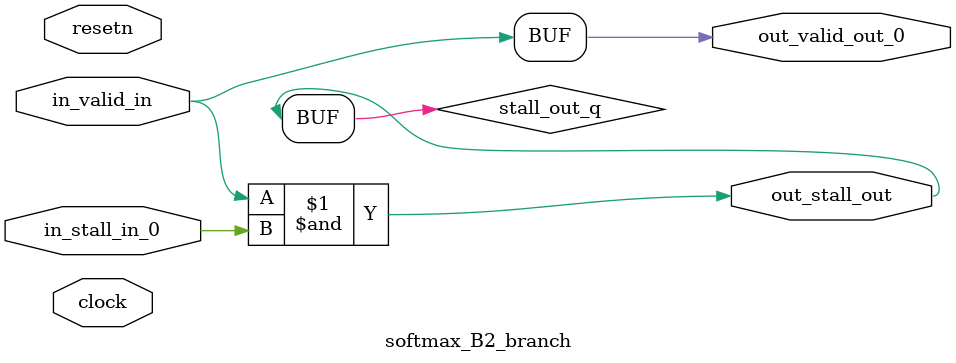
<source format=sv>



(* altera_attribute = "-name AUTO_SHIFT_REGISTER_RECOGNITION OFF; -name MESSAGE_DISABLE 10036; -name MESSAGE_DISABLE 10037; -name MESSAGE_DISABLE 14130; -name MESSAGE_DISABLE 14320; -name MESSAGE_DISABLE 15400; -name MESSAGE_DISABLE 14130; -name MESSAGE_DISABLE 10036; -name MESSAGE_DISABLE 12020; -name MESSAGE_DISABLE 12030; -name MESSAGE_DISABLE 12010; -name MESSAGE_DISABLE 12110; -name MESSAGE_DISABLE 14320; -name MESSAGE_DISABLE 13410; -name MESSAGE_DISABLE 113007; -name MESSAGE_DISABLE 10958" *)
module softmax_B2_branch (
    input wire [0:0] in_stall_in_0,
    input wire [0:0] in_valid_in,
    output wire [0:0] out_stall_out,
    output wire [0:0] out_valid_out_0,
    input wire clock,
    input wire resetn
    );

    wire [0:0] stall_out_q;


    // stall_out(LOGICAL,6)
    assign stall_out_q = in_valid_in & in_stall_in_0;

    // out_stall_out(GPOUT,4)
    assign out_stall_out = stall_out_q;

    // out_valid_out_0(GPOUT,5)
    assign out_valid_out_0 = in_valid_in;

endmodule

</source>
